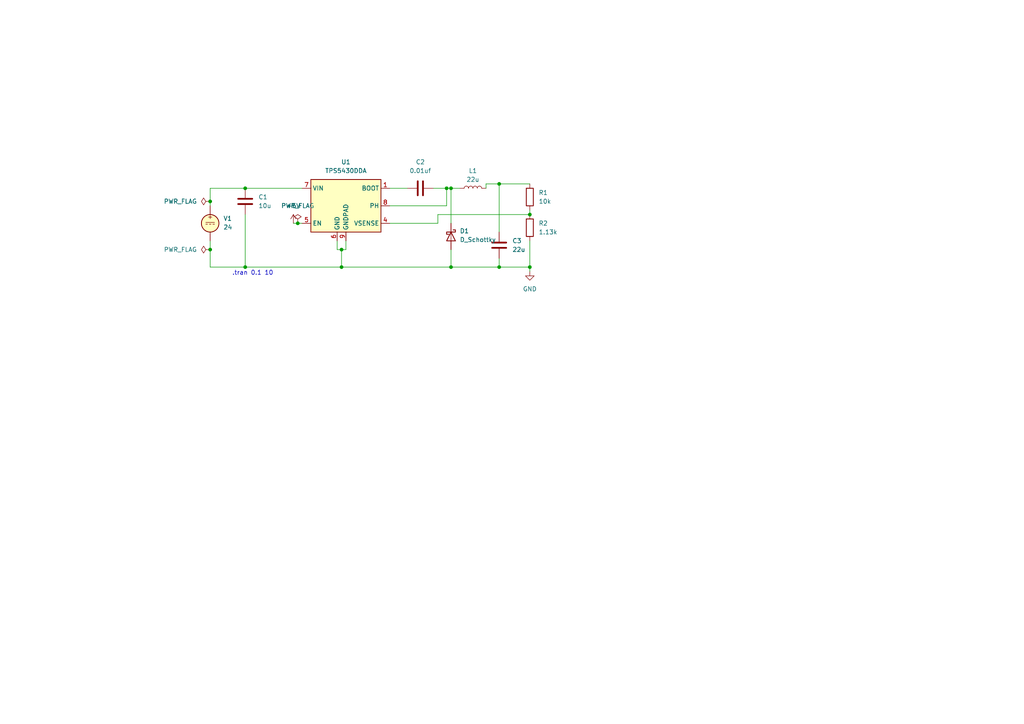
<source format=kicad_sch>
(kicad_sch (version 20230121) (generator eeschema)

  (uuid 914c983d-825d-45d6-bde1-615925f981db)

  (paper "A4")

  (lib_symbols
    (symbol "Device:C" (pin_numbers hide) (pin_names (offset 0.254)) (in_bom yes) (on_board yes)
      (property "Reference" "C" (at 0.635 2.54 0)
        (effects (font (size 1.27 1.27)) (justify left))
      )
      (property "Value" "C" (at 0.635 -2.54 0)
        (effects (font (size 1.27 1.27)) (justify left))
      )
      (property "Footprint" "" (at 0.9652 -3.81 0)
        (effects (font (size 1.27 1.27)) hide)
      )
      (property "Datasheet" "~" (at 0 0 0)
        (effects (font (size 1.27 1.27)) hide)
      )
      (property "ki_keywords" "cap capacitor" (at 0 0 0)
        (effects (font (size 1.27 1.27)) hide)
      )
      (property "ki_description" "Unpolarized capacitor" (at 0 0 0)
        (effects (font (size 1.27 1.27)) hide)
      )
      (property "ki_fp_filters" "C_*" (at 0 0 0)
        (effects (font (size 1.27 1.27)) hide)
      )
      (symbol "C_0_1"
        (polyline
          (pts
            (xy -2.032 -0.762)
            (xy 2.032 -0.762)
          )
          (stroke (width 0.508) (type default))
          (fill (type none))
        )
        (polyline
          (pts
            (xy -2.032 0.762)
            (xy 2.032 0.762)
          )
          (stroke (width 0.508) (type default))
          (fill (type none))
        )
      )
      (symbol "C_1_1"
        (pin passive line (at 0 3.81 270) (length 2.794)
          (name "~" (effects (font (size 1.27 1.27))))
          (number "1" (effects (font (size 1.27 1.27))))
        )
        (pin passive line (at 0 -3.81 90) (length 2.794)
          (name "~" (effects (font (size 1.27 1.27))))
          (number "2" (effects (font (size 1.27 1.27))))
        )
      )
    )
    (symbol "Device:D_Schottky" (pin_numbers hide) (pin_names (offset 1.016) hide) (in_bom yes) (on_board yes)
      (property "Reference" "D" (at 0 2.54 0)
        (effects (font (size 1.27 1.27)))
      )
      (property "Value" "D_Schottky" (at 0 -2.54 0)
        (effects (font (size 1.27 1.27)))
      )
      (property "Footprint" "" (at 0 0 0)
        (effects (font (size 1.27 1.27)) hide)
      )
      (property "Datasheet" "~" (at 0 0 0)
        (effects (font (size 1.27 1.27)) hide)
      )
      (property "ki_keywords" "diode Schottky" (at 0 0 0)
        (effects (font (size 1.27 1.27)) hide)
      )
      (property "ki_description" "Schottky diode" (at 0 0 0)
        (effects (font (size 1.27 1.27)) hide)
      )
      (property "ki_fp_filters" "TO-???* *_Diode_* *SingleDiode* D_*" (at 0 0 0)
        (effects (font (size 1.27 1.27)) hide)
      )
      (symbol "D_Schottky_0_1"
        (polyline
          (pts
            (xy 1.27 0)
            (xy -1.27 0)
          )
          (stroke (width 0) (type default))
          (fill (type none))
        )
        (polyline
          (pts
            (xy 1.27 1.27)
            (xy 1.27 -1.27)
            (xy -1.27 0)
            (xy 1.27 1.27)
          )
          (stroke (width 0.254) (type default))
          (fill (type none))
        )
        (polyline
          (pts
            (xy -1.905 0.635)
            (xy -1.905 1.27)
            (xy -1.27 1.27)
            (xy -1.27 -1.27)
            (xy -0.635 -1.27)
            (xy -0.635 -0.635)
          )
          (stroke (width 0.254) (type default))
          (fill (type none))
        )
      )
      (symbol "D_Schottky_1_1"
        (pin passive line (at -3.81 0 0) (length 2.54)
          (name "K" (effects (font (size 1.27 1.27))))
          (number "1" (effects (font (size 1.27 1.27))))
        )
        (pin passive line (at 3.81 0 180) (length 2.54)
          (name "A" (effects (font (size 1.27 1.27))))
          (number "2" (effects (font (size 1.27 1.27))))
        )
      )
    )
    (symbol "Device:L" (pin_numbers hide) (pin_names (offset 1.016) hide) (in_bom yes) (on_board yes)
      (property "Reference" "L" (at -1.27 0 90)
        (effects (font (size 1.27 1.27)))
      )
      (property "Value" "L" (at 1.905 0 90)
        (effects (font (size 1.27 1.27)))
      )
      (property "Footprint" "" (at 0 0 0)
        (effects (font (size 1.27 1.27)) hide)
      )
      (property "Datasheet" "~" (at 0 0 0)
        (effects (font (size 1.27 1.27)) hide)
      )
      (property "ki_keywords" "inductor choke coil reactor magnetic" (at 0 0 0)
        (effects (font (size 1.27 1.27)) hide)
      )
      (property "ki_description" "Inductor" (at 0 0 0)
        (effects (font (size 1.27 1.27)) hide)
      )
      (property "ki_fp_filters" "Choke_* *Coil* Inductor_* L_*" (at 0 0 0)
        (effects (font (size 1.27 1.27)) hide)
      )
      (symbol "L_0_1"
        (arc (start 0 -2.54) (mid 0.6323 -1.905) (end 0 -1.27)
          (stroke (width 0) (type default))
          (fill (type none))
        )
        (arc (start 0 -1.27) (mid 0.6323 -0.635) (end 0 0)
          (stroke (width 0) (type default))
          (fill (type none))
        )
        (arc (start 0 0) (mid 0.6323 0.635) (end 0 1.27)
          (stroke (width 0) (type default))
          (fill (type none))
        )
        (arc (start 0 1.27) (mid 0.6323 1.905) (end 0 2.54)
          (stroke (width 0) (type default))
          (fill (type none))
        )
      )
      (symbol "L_1_1"
        (pin passive line (at 0 3.81 270) (length 1.27)
          (name "1" (effects (font (size 1.27 1.27))))
          (number "1" (effects (font (size 1.27 1.27))))
        )
        (pin passive line (at 0 -3.81 90) (length 1.27)
          (name "2" (effects (font (size 1.27 1.27))))
          (number "2" (effects (font (size 1.27 1.27))))
        )
      )
    )
    (symbol "Device:R" (pin_numbers hide) (pin_names (offset 0)) (in_bom yes) (on_board yes)
      (property "Reference" "R" (at 2.032 0 90)
        (effects (font (size 1.27 1.27)))
      )
      (property "Value" "R" (at 0 0 90)
        (effects (font (size 1.27 1.27)))
      )
      (property "Footprint" "" (at -1.778 0 90)
        (effects (font (size 1.27 1.27)) hide)
      )
      (property "Datasheet" "~" (at 0 0 0)
        (effects (font (size 1.27 1.27)) hide)
      )
      (property "ki_keywords" "R res resistor" (at 0 0 0)
        (effects (font (size 1.27 1.27)) hide)
      )
      (property "ki_description" "Resistor" (at 0 0 0)
        (effects (font (size 1.27 1.27)) hide)
      )
      (property "ki_fp_filters" "R_*" (at 0 0 0)
        (effects (font (size 1.27 1.27)) hide)
      )
      (symbol "R_0_1"
        (rectangle (start -1.016 -2.54) (end 1.016 2.54)
          (stroke (width 0.254) (type default))
          (fill (type none))
        )
      )
      (symbol "R_1_1"
        (pin passive line (at 0 3.81 270) (length 1.27)
          (name "~" (effects (font (size 1.27 1.27))))
          (number "1" (effects (font (size 1.27 1.27))))
        )
        (pin passive line (at 0 -3.81 90) (length 1.27)
          (name "~" (effects (font (size 1.27 1.27))))
          (number "2" (effects (font (size 1.27 1.27))))
        )
      )
    )
    (symbol "Regulator_Switching:TPS5430DDA" (in_bom yes) (on_board yes)
      (property "Reference" "U" (at -10.16 8.89 0)
        (effects (font (size 1.27 1.27)) (justify left))
      )
      (property "Value" "TPS5430DDA" (at -1.27 8.89 0)
        (effects (font (size 1.27 1.27)) (justify left))
      )
      (property "Footprint" "Package_SO:TI_SO-PowerPAD-8_ThermalVias" (at 1.27 -8.89 0)
        (effects (font (size 1.27 1.27) italic) (justify left) hide)
      )
      (property "Datasheet" "http://www.ti.com/lit/ds/symlink/tps5430.pdf" (at 0 0 0)
        (effects (font (size 1.27 1.27)) hide)
      )
      (property "ki_keywords" "Step-Down DC-DC Switching Regulator" (at 0 0 0)
        (effects (font (size 1.27 1.27)) hide)
      )
      (property "ki_description" "3A, Step Down Swift Converter, Adjustable Output Voltage, 5.5-36V Input Voltage, PowerSO-8" (at 0 0 0)
        (effects (font (size 1.27 1.27)) hide)
      )
      (property "ki_fp_filters" "TI*SO*PowerPAD*ThermalVias*" (at 0 0 0)
        (effects (font (size 1.27 1.27)) hide)
      )
      (symbol "TPS5430DDA_0_1"
        (rectangle (start -10.16 7.62) (end 10.16 -7.62)
          (stroke (width 0.254) (type default))
          (fill (type background))
        )
      )
      (symbol "TPS5430DDA_1_1"
        (pin input line (at 12.7 5.08 180) (length 2.54)
          (name "BOOT" (effects (font (size 1.27 1.27))))
          (number "1" (effects (font (size 1.27 1.27))))
        )
        (pin no_connect line (at -10.16 2.54 0) (length 2.54) hide
          (name "NC" (effects (font (size 1.27 1.27))))
          (number "2" (effects (font (size 1.27 1.27))))
        )
        (pin no_connect line (at -10.16 -2.54 0) (length 2.54) hide
          (name "NC" (effects (font (size 1.27 1.27))))
          (number "3" (effects (font (size 1.27 1.27))))
        )
        (pin input line (at 12.7 -5.08 180) (length 2.54)
          (name "VSENSE" (effects (font (size 1.27 1.27))))
          (number "4" (effects (font (size 1.27 1.27))))
        )
        (pin input line (at -12.7 -5.08 0) (length 2.54)
          (name "EN" (effects (font (size 1.27 1.27))))
          (number "5" (effects (font (size 1.27 1.27))))
        )
        (pin power_in line (at -2.54 -10.16 90) (length 2.54)
          (name "GND" (effects (font (size 1.27 1.27))))
          (number "6" (effects (font (size 1.27 1.27))))
        )
        (pin power_in line (at -12.7 5.08 0) (length 2.54)
          (name "VIN" (effects (font (size 1.27 1.27))))
          (number "7" (effects (font (size 1.27 1.27))))
        )
        (pin output line (at 12.7 0 180) (length 2.54)
          (name "PH" (effects (font (size 1.27 1.27))))
          (number "8" (effects (font (size 1.27 1.27))))
        )
        (pin power_in line (at 0 -10.16 90) (length 2.54)
          (name "GNDPAD" (effects (font (size 1.27 1.27))))
          (number "9" (effects (font (size 1.27 1.27))))
        )
      )
    )
    (symbol "Simulation_SPICE:VDC" (pin_numbers hide) (pin_names (offset 0.0254)) (in_bom yes) (on_board yes)
      (property "Reference" "V" (at 2.54 2.54 0)
        (effects (font (size 1.27 1.27)) (justify left))
      )
      (property "Value" "1" (at 2.54 0 0)
        (effects (font (size 1.27 1.27)) (justify left))
      )
      (property "Footprint" "" (at 0 0 0)
        (effects (font (size 1.27 1.27)) hide)
      )
      (property "Datasheet" "~" (at 0 0 0)
        (effects (font (size 1.27 1.27)) hide)
      )
      (property "Sim.Pins" "1=+ 2=-" (at 0 0 0)
        (effects (font (size 1.27 1.27)) hide)
      )
      (property "Sim.Type" "DC" (at 0 0 0)
        (effects (font (size 1.27 1.27)) hide)
      )
      (property "Sim.Device" "V" (at 0 0 0)
        (effects (font (size 1.27 1.27)) (justify left) hide)
      )
      (property "ki_keywords" "simulation" (at 0 0 0)
        (effects (font (size 1.27 1.27)) hide)
      )
      (property "ki_description" "Voltage source, DC" (at 0 0 0)
        (effects (font (size 1.27 1.27)) hide)
      )
      (symbol "VDC_0_0"
        (polyline
          (pts
            (xy -1.27 0.254)
            (xy 1.27 0.254)
          )
          (stroke (width 0) (type default))
          (fill (type none))
        )
        (polyline
          (pts
            (xy -0.762 -0.254)
            (xy -1.27 -0.254)
          )
          (stroke (width 0) (type default))
          (fill (type none))
        )
        (polyline
          (pts
            (xy 0.254 -0.254)
            (xy -0.254 -0.254)
          )
          (stroke (width 0) (type default))
          (fill (type none))
        )
        (polyline
          (pts
            (xy 1.27 -0.254)
            (xy 0.762 -0.254)
          )
          (stroke (width 0) (type default))
          (fill (type none))
        )
        (text "+" (at 0 1.905 0)
          (effects (font (size 1.27 1.27)))
        )
      )
      (symbol "VDC_0_1"
        (circle (center 0 0) (radius 2.54)
          (stroke (width 0.254) (type default))
          (fill (type background))
        )
      )
      (symbol "VDC_1_1"
        (pin passive line (at 0 5.08 270) (length 2.54)
          (name "~" (effects (font (size 1.27 1.27))))
          (number "1" (effects (font (size 1.27 1.27))))
        )
        (pin passive line (at 0 -5.08 90) (length 2.54)
          (name "~" (effects (font (size 1.27 1.27))))
          (number "2" (effects (font (size 1.27 1.27))))
        )
      )
    )
    (symbol "power:+5V" (power) (pin_names (offset 0)) (in_bom yes) (on_board yes)
      (property "Reference" "#PWR" (at 0 -3.81 0)
        (effects (font (size 1.27 1.27)) hide)
      )
      (property "Value" "+5V" (at 0 3.556 0)
        (effects (font (size 1.27 1.27)))
      )
      (property "Footprint" "" (at 0 0 0)
        (effects (font (size 1.27 1.27)) hide)
      )
      (property "Datasheet" "" (at 0 0 0)
        (effects (font (size 1.27 1.27)) hide)
      )
      (property "ki_keywords" "global power" (at 0 0 0)
        (effects (font (size 1.27 1.27)) hide)
      )
      (property "ki_description" "Power symbol creates a global label with name \"+5V\"" (at 0 0 0)
        (effects (font (size 1.27 1.27)) hide)
      )
      (symbol "+5V_0_1"
        (polyline
          (pts
            (xy -0.762 1.27)
            (xy 0 2.54)
          )
          (stroke (width 0) (type default))
          (fill (type none))
        )
        (polyline
          (pts
            (xy 0 0)
            (xy 0 2.54)
          )
          (stroke (width 0) (type default))
          (fill (type none))
        )
        (polyline
          (pts
            (xy 0 2.54)
            (xy 0.762 1.27)
          )
          (stroke (width 0) (type default))
          (fill (type none))
        )
      )
      (symbol "+5V_1_1"
        (pin power_in line (at 0 0 90) (length 0) hide
          (name "+5V" (effects (font (size 1.27 1.27))))
          (number "1" (effects (font (size 1.27 1.27))))
        )
      )
    )
    (symbol "power:GND" (power) (pin_names (offset 0)) (in_bom yes) (on_board yes)
      (property "Reference" "#PWR" (at 0 -6.35 0)
        (effects (font (size 1.27 1.27)) hide)
      )
      (property "Value" "GND" (at 0 -3.81 0)
        (effects (font (size 1.27 1.27)))
      )
      (property "Footprint" "" (at 0 0 0)
        (effects (font (size 1.27 1.27)) hide)
      )
      (property "Datasheet" "" (at 0 0 0)
        (effects (font (size 1.27 1.27)) hide)
      )
      (property "ki_keywords" "global power" (at 0 0 0)
        (effects (font (size 1.27 1.27)) hide)
      )
      (property "ki_description" "Power symbol creates a global label with name \"GND\" , ground" (at 0 0 0)
        (effects (font (size 1.27 1.27)) hide)
      )
      (symbol "GND_0_1"
        (polyline
          (pts
            (xy 0 0)
            (xy 0 -1.27)
            (xy 1.27 -1.27)
            (xy 0 -2.54)
            (xy -1.27 -1.27)
            (xy 0 -1.27)
          )
          (stroke (width 0) (type default))
          (fill (type none))
        )
      )
      (symbol "GND_1_1"
        (pin power_in line (at 0 0 270) (length 0) hide
          (name "GND" (effects (font (size 1.27 1.27))))
          (number "1" (effects (font (size 1.27 1.27))))
        )
      )
    )
    (symbol "power:PWR_FLAG" (power) (pin_numbers hide) (pin_names (offset 0) hide) (in_bom yes) (on_board yes)
      (property "Reference" "#FLG" (at 0 1.905 0)
        (effects (font (size 1.27 1.27)) hide)
      )
      (property "Value" "PWR_FLAG" (at 0 3.81 0)
        (effects (font (size 1.27 1.27)))
      )
      (property "Footprint" "" (at 0 0 0)
        (effects (font (size 1.27 1.27)) hide)
      )
      (property "Datasheet" "~" (at 0 0 0)
        (effects (font (size 1.27 1.27)) hide)
      )
      (property "ki_keywords" "flag power" (at 0 0 0)
        (effects (font (size 1.27 1.27)) hide)
      )
      (property "ki_description" "Special symbol for telling ERC where power comes from" (at 0 0 0)
        (effects (font (size 1.27 1.27)) hide)
      )
      (symbol "PWR_FLAG_0_0"
        (pin power_out line (at 0 0 90) (length 0)
          (name "pwr" (effects (font (size 1.27 1.27))))
          (number "1" (effects (font (size 1.27 1.27))))
        )
      )
      (symbol "PWR_FLAG_0_1"
        (polyline
          (pts
            (xy 0 0)
            (xy 0 1.27)
            (xy -1.016 1.905)
            (xy 0 2.54)
            (xy 1.016 1.905)
            (xy 0 1.27)
          )
          (stroke (width 0) (type default))
          (fill (type none))
        )
      )
    )
  )

  (junction (at 71.12 54.61) (diameter 0) (color 0 0 0 0)
    (uuid 23706a5d-cba0-42a2-bb79-0f5b71006dcb)
  )
  (junction (at 71.12 77.47) (diameter 0) (color 0 0 0 0)
    (uuid 453ecad4-f7d2-4459-a485-027363ae202c)
  )
  (junction (at 60.96 72.39) (diameter 0) (color 0 0 0 0)
    (uuid 45bfbc6a-dc48-44ec-b340-bc0f11f74acc)
  )
  (junction (at 99.06 72.39) (diameter 0) (color 0 0 0 0)
    (uuid 51646446-3f03-4495-83b6-2fd48b15c18b)
  )
  (junction (at 86.36 64.77) (diameter 0) (color 0 0 0 0)
    (uuid 695c0cae-fed9-4f6f-9faa-e4b1fd42005f)
  )
  (junction (at 144.78 53.34) (diameter 0) (color 0 0 0 0)
    (uuid 6acece40-6df8-48f9-91d0-5fbe9acd5d64)
  )
  (junction (at 129.54 54.61) (diameter 0) (color 0 0 0 0)
    (uuid 741dc872-f20e-4c8a-b2e0-92d43140db08)
  )
  (junction (at 130.81 77.47) (diameter 0) (color 0 0 0 0)
    (uuid 7db4897c-6db0-4690-b587-6d5070d9194b)
  )
  (junction (at 99.06 77.47) (diameter 0) (color 0 0 0 0)
    (uuid 9cc3ce87-287b-4f62-b304-bafc9fda5c96)
  )
  (junction (at 153.67 77.47) (diameter 0) (color 0 0 0 0)
    (uuid 9e90f7b7-260c-48f1-af4a-f706c63c1b13)
  )
  (junction (at 60.96 58.42) (diameter 0) (color 0 0 0 0)
    (uuid d2a11a69-a962-415f-ae37-392af5f0cd55)
  )
  (junction (at 144.78 77.47) (diameter 0) (color 0 0 0 0)
    (uuid da027f84-2849-4c7b-8e7e-0e32d2e6c92c)
  )
  (junction (at 130.81 54.61) (diameter 0) (color 0 0 0 0)
    (uuid ee662ba5-f5a6-4f52-8ff7-0a8595cbbc3b)
  )
  (junction (at 153.67 62.23) (diameter 0) (color 0 0 0 0)
    (uuid f9d3ba3f-e6c6-4768-a52b-a98d6b1ad610)
  )

  (wire (pts (xy 129.54 59.69) (xy 129.54 54.61))
    (stroke (width 0) (type default))
    (uuid 00152cac-957e-4b42-b4ac-9e8ed1d02a28)
  )
  (wire (pts (xy 71.12 62.23) (xy 71.12 77.47))
    (stroke (width 0) (type default))
    (uuid 04a8ee70-6b64-4c02-82c5-3db4f02a6dd9)
  )
  (wire (pts (xy 129.54 54.61) (xy 130.81 54.61))
    (stroke (width 0) (type default))
    (uuid 0b52883e-c36e-44c1-ace5-d3912a235b4c)
  )
  (wire (pts (xy 127 64.77) (xy 127 62.23))
    (stroke (width 0) (type default))
    (uuid 0ba00d5c-e814-4727-8e13-9ccd172dc519)
  )
  (wire (pts (xy 60.96 77.47) (xy 71.12 77.47))
    (stroke (width 0) (type default))
    (uuid 0c79d0f8-dfe1-4089-9df3-99782841cac2)
  )
  (wire (pts (xy 60.96 54.61) (xy 60.96 58.42))
    (stroke (width 0) (type default))
    (uuid 1339f2eb-ef05-43df-bdcc-3e60b8b28920)
  )
  (wire (pts (xy 60.96 72.39) (xy 60.96 77.47))
    (stroke (width 0) (type default))
    (uuid 14d87242-b486-4acf-b662-e4de16cbbdd9)
  )
  (wire (pts (xy 60.96 58.42) (xy 60.96 59.69))
    (stroke (width 0) (type default))
    (uuid 24f9d543-4e46-4046-a4fe-727bd369e849)
  )
  (wire (pts (xy 130.81 54.61) (xy 130.81 64.77))
    (stroke (width 0) (type default))
    (uuid 2869de09-2665-4f9e-bb2e-ed5e44983a59)
  )
  (wire (pts (xy 153.67 77.47) (xy 153.67 78.74))
    (stroke (width 0) (type default))
    (uuid 39fa2870-af73-4193-814e-dc77c0f78c98)
  )
  (wire (pts (xy 153.67 69.85) (xy 153.67 77.47))
    (stroke (width 0) (type default))
    (uuid 3a6f55ba-49fe-4d13-9561-d4b50291b81b)
  )
  (wire (pts (xy 97.79 72.39) (xy 99.06 72.39))
    (stroke (width 0) (type default))
    (uuid 422a9f61-047d-4f63-bf7c-150024d66d3d)
  )
  (wire (pts (xy 99.06 72.39) (xy 99.06 77.47))
    (stroke (width 0) (type default))
    (uuid 42cb7d97-933a-4fcf-be7d-024ebc352e2d)
  )
  (wire (pts (xy 99.06 72.39) (xy 100.33 72.39))
    (stroke (width 0) (type default))
    (uuid 521a23ea-4625-4e21-9787-3141805280a9)
  )
  (wire (pts (xy 113.03 59.69) (xy 129.54 59.69))
    (stroke (width 0) (type default))
    (uuid 5930dcd0-5eca-4655-a966-5f942ad915a0)
  )
  (wire (pts (xy 125.73 54.61) (xy 129.54 54.61))
    (stroke (width 0) (type default))
    (uuid 5ee3a77c-2c64-4ae4-b3d7-5322dfe8edb7)
  )
  (wire (pts (xy 144.78 53.34) (xy 140.97 53.34))
    (stroke (width 0) (type default))
    (uuid 6106ff96-7328-4e0c-8cbf-cd9663cafe70)
  )
  (wire (pts (xy 71.12 77.47) (xy 99.06 77.47))
    (stroke (width 0) (type default))
    (uuid 6a0a4369-97c0-4e02-9f72-872bab889c5d)
  )
  (wire (pts (xy 144.78 53.34) (xy 144.78 67.31))
    (stroke (width 0) (type default))
    (uuid 6cfe482e-1b9a-408f-ab10-a48d020e2944)
  )
  (wire (pts (xy 71.12 54.61) (xy 87.63 54.61))
    (stroke (width 0) (type default))
    (uuid 71f377ce-eed0-4713-ac27-24880352827a)
  )
  (wire (pts (xy 153.67 60.96) (xy 153.67 62.23))
    (stroke (width 0) (type default))
    (uuid 72f6332d-ab07-45a9-8f53-bb45793f352e)
  )
  (wire (pts (xy 144.78 74.93) (xy 144.78 77.47))
    (stroke (width 0) (type default))
    (uuid 73e6fad0-c78f-4e33-b876-73f9a14c8932)
  )
  (wire (pts (xy 60.96 69.85) (xy 60.96 72.39))
    (stroke (width 0) (type default))
    (uuid 798afa20-123f-41b0-abeb-e0f258ab2d5f)
  )
  (wire (pts (xy 144.78 77.47) (xy 153.67 77.47))
    (stroke (width 0) (type default))
    (uuid 922373fd-9c78-42fc-95a9-8b13583388e2)
  )
  (wire (pts (xy 130.81 54.61) (xy 133.35 54.61))
    (stroke (width 0) (type default))
    (uuid 958c46de-168d-40fc-96c0-bdaaa7c4f6cd)
  )
  (wire (pts (xy 97.79 69.85) (xy 97.79 72.39))
    (stroke (width 0) (type default))
    (uuid 97066ac8-ecb6-412d-b5dc-9c960cf59ab6)
  )
  (wire (pts (xy 113.03 54.61) (xy 118.11 54.61))
    (stroke (width 0) (type default))
    (uuid 9e29b394-01d1-43d0-b343-b2fb26bbd46d)
  )
  (wire (pts (xy 144.78 53.34) (xy 153.67 53.34))
    (stroke (width 0) (type default))
    (uuid a304fd81-03fe-4856-be06-bfb7c406d203)
  )
  (wire (pts (xy 85.09 64.77) (xy 86.36 64.77))
    (stroke (width 0) (type default))
    (uuid a514a2ef-3874-46a2-88aa-ae8f96c828b1)
  )
  (wire (pts (xy 60.96 54.61) (xy 71.12 54.61))
    (stroke (width 0) (type default))
    (uuid ad69361f-cd37-4239-aa63-b9c5a16c0507)
  )
  (wire (pts (xy 140.97 53.34) (xy 140.97 54.61))
    (stroke (width 0) (type default))
    (uuid bf0b6d05-6f14-474d-b742-f7fc6f830aee)
  )
  (wire (pts (xy 100.33 69.85) (xy 100.33 72.39))
    (stroke (width 0) (type default))
    (uuid c7b8adc3-d830-4065-96a9-f9db0f51a815)
  )
  (wire (pts (xy 86.36 64.77) (xy 87.63 64.77))
    (stroke (width 0) (type default))
    (uuid c82686d5-0b84-4e81-8436-65a337ad79a2)
  )
  (wire (pts (xy 113.03 64.77) (xy 127 64.77))
    (stroke (width 0) (type default))
    (uuid cc331183-75c9-43e7-b6d1-8be1be13f87c)
  )
  (wire (pts (xy 130.81 77.47) (xy 144.78 77.47))
    (stroke (width 0) (type default))
    (uuid e30c853e-d733-4764-b7a9-a5024496ca01)
  )
  (wire (pts (xy 127 62.23) (xy 153.67 62.23))
    (stroke (width 0) (type default))
    (uuid e7c57172-3111-4525-923a-27b71aa54097)
  )
  (wire (pts (xy 130.81 72.39) (xy 130.81 77.47))
    (stroke (width 0) (type default))
    (uuid e9aedda7-e008-4949-a08a-3099ab8222ca)
  )
  (wire (pts (xy 99.06 77.47) (xy 130.81 77.47))
    (stroke (width 0) (type default))
    (uuid f15ccd39-743e-42a6-820a-6a805850a1fe)
  )

  (text ".tran 0.1 10" (at 67.31 80.01 0)
    (effects (font (size 1.27 1.27)) (justify left bottom))
    (uuid c84e7f68-d310-496e-be23-3b7ec5fac105)
  )

  (symbol (lib_id "power:+5V") (at 85.09 64.77 0) (unit 1)
    (in_bom yes) (on_board yes) (dnp no) (fields_autoplaced)
    (uuid 1f89b910-ecca-4675-8d2f-bf5c09147607)
    (property "Reference" "#PWR01" (at 85.09 68.58 0)
      (effects (font (size 1.27 1.27)) hide)
    )
    (property "Value" "+5V" (at 85.09 59.69 0)
      (effects (font (size 1.27 1.27)))
    )
    (property "Footprint" "" (at 85.09 64.77 0)
      (effects (font (size 1.27 1.27)) hide)
    )
    (property "Datasheet" "" (at 85.09 64.77 0)
      (effects (font (size 1.27 1.27)) hide)
    )
    (pin "1" (uuid 24e62989-242f-46fd-9a72-cf4b57ab66dd))
    (instances
      (project "l"
        (path "/914c983d-825d-45d6-bde1-615925f981db"
          (reference "#PWR01") (unit 1)
        )
      )
    )
  )

  (symbol (lib_id "power:GND") (at 153.67 78.74 0) (unit 1)
    (in_bom yes) (on_board yes) (dnp no) (fields_autoplaced)
    (uuid 2313ca89-f05c-4ec4-8818-f432b7b5b87b)
    (property "Reference" "#PWR04" (at 153.67 85.09 0)
      (effects (font (size 1.27 1.27)) hide)
    )
    (property "Value" "GND" (at 153.67 83.82 0)
      (effects (font (size 1.27 1.27)))
    )
    (property "Footprint" "" (at 153.67 78.74 0)
      (effects (font (size 1.27 1.27)) hide)
    )
    (property "Datasheet" "" (at 153.67 78.74 0)
      (effects (font (size 1.27 1.27)) hide)
    )
    (pin "1" (uuid f4438814-ee95-4525-8acf-3f2a39e0a173))
    (instances
      (project "l"
        (path "/914c983d-825d-45d6-bde1-615925f981db"
          (reference "#PWR04") (unit 1)
        )
      )
    )
  )

  (symbol (lib_id "power:PWR_FLAG") (at 60.96 58.42 90) (unit 1)
    (in_bom yes) (on_board yes) (dnp no) (fields_autoplaced)
    (uuid 6bf7ea71-bbc5-45e0-a2a8-109340e2c8a8)
    (property "Reference" "#FLG01" (at 59.055 58.42 0)
      (effects (font (size 1.27 1.27)) hide)
    )
    (property "Value" "PWR_FLAG" (at 57.15 58.42 90)
      (effects (font (size 1.27 1.27)) (justify left))
    )
    (property "Footprint" "" (at 60.96 58.42 0)
      (effects (font (size 1.27 1.27)) hide)
    )
    (property "Datasheet" "~" (at 60.96 58.42 0)
      (effects (font (size 1.27 1.27)) hide)
    )
    (pin "1" (uuid 600b94f1-ae8e-45d7-b1ba-c287a1996adf))
    (instances
      (project "l"
        (path "/914c983d-825d-45d6-bde1-615925f981db"
          (reference "#FLG01") (unit 1)
        )
      )
    )
  )

  (symbol (lib_id "Device:C") (at 144.78 71.12 180) (unit 1)
    (in_bom yes) (on_board yes) (dnp no) (fields_autoplaced)
    (uuid 7e4c6bb3-d0d1-40a9-a60c-101249cf59a8)
    (property "Reference" "C3" (at 148.59 69.85 0)
      (effects (font (size 1.27 1.27)) (justify right))
    )
    (property "Value" "22u" (at 148.59 72.39 0)
      (effects (font (size 1.27 1.27)) (justify right))
    )
    (property "Footprint" "" (at 143.8148 67.31 0)
      (effects (font (size 1.27 1.27)) hide)
    )
    (property "Datasheet" "~" (at 144.78 71.12 0)
      (effects (font (size 1.27 1.27)) hide)
    )
    (pin "1" (uuid 7d5242e9-5eda-477c-b1d6-b78118236e86))
    (pin "2" (uuid 137a90e2-1c90-4460-b3d1-3a81234ebe91))
    (instances
      (project "l"
        (path "/914c983d-825d-45d6-bde1-615925f981db"
          (reference "C3") (unit 1)
        )
      )
    )
  )

  (symbol (lib_id "Device:R") (at 153.67 66.04 0) (unit 1)
    (in_bom yes) (on_board yes) (dnp no) (fields_autoplaced)
    (uuid 80ff1f3a-e941-4381-9f48-e20928eee5e2)
    (property "Reference" "R2" (at 156.21 64.77 0)
      (effects (font (size 1.27 1.27)) (justify left))
    )
    (property "Value" "1.13k" (at 156.21 67.31 0)
      (effects (font (size 1.27 1.27)) (justify left))
    )
    (property "Footprint" "" (at 151.892 66.04 90)
      (effects (font (size 1.27 1.27)) hide)
    )
    (property "Datasheet" "~" (at 153.67 66.04 0)
      (effects (font (size 1.27 1.27)) hide)
    )
    (pin "1" (uuid 8b03c66e-ec73-48f9-ac6b-f2b2436c3a4d))
    (pin "2" (uuid 2fad5f1f-ce05-4944-87e9-6e48e2a0b65b))
    (instances
      (project "l"
        (path "/914c983d-825d-45d6-bde1-615925f981db"
          (reference "R2") (unit 1)
        )
      )
    )
  )

  (symbol (lib_id "Regulator_Switching:TPS5430DDA") (at 100.33 59.69 0) (unit 1)
    (in_bom yes) (on_board yes) (dnp no) (fields_autoplaced)
    (uuid 81340500-1181-43f7-b9cd-fe7cd5f264d5)
    (property "Reference" "U1" (at 100.33 46.99 0)
      (effects (font (size 1.27 1.27)))
    )
    (property "Value" "TPS5430DDA" (at 100.33 49.53 0)
      (effects (font (size 1.27 1.27)))
    )
    (property "Footprint" "Package_SO:TI_SO-PowerPAD-8_ThermalVias" (at 101.6 68.58 0)
      (effects (font (size 1.27 1.27) italic) (justify left) hide)
    )
    (property "Datasheet" "http://www.ti.com/lit/ds/symlink/tps5430.pdf" (at 100.33 59.69 0)
      (effects (font (size 1.27 1.27)) hide)
    )
    (pin "1" (uuid 9c42f636-dcec-43f5-922d-883cc2a4ffae))
    (pin "2" (uuid b823b3a2-46e5-462f-854c-a291fb1ed46e))
    (pin "3" (uuid 29722f00-6899-4f34-92d8-34c2713906b3))
    (pin "4" (uuid 51708092-ca46-4488-84c3-006dd02d639b))
    (pin "5" (uuid 467f1a73-2ed1-4a96-9f6d-5728c5a7e48b))
    (pin "6" (uuid 7691f26a-5d4c-484e-b583-87155aa81655))
    (pin "7" (uuid 1dd8954a-f170-4cd3-af46-59205ef685e4))
    (pin "8" (uuid 9e08d6cb-b8b1-4240-9987-e1386f5c04a0))
    (pin "9" (uuid 014e0a42-4feb-4d85-815a-ae6c845293f6))
    (instances
      (project "l"
        (path "/914c983d-825d-45d6-bde1-615925f981db"
          (reference "U1") (unit 1)
        )
      )
    )
  )

  (symbol (lib_id "Device:R") (at 153.67 57.15 0) (unit 1)
    (in_bom yes) (on_board yes) (dnp no) (fields_autoplaced)
    (uuid 871dee89-d8b8-4cab-8f1b-e1cbaf6cc796)
    (property "Reference" "R1" (at 156.21 55.88 0)
      (effects (font (size 1.27 1.27)) (justify left))
    )
    (property "Value" "10k" (at 156.21 58.42 0)
      (effects (font (size 1.27 1.27)) (justify left))
    )
    (property "Footprint" "" (at 151.892 57.15 90)
      (effects (font (size 1.27 1.27)) hide)
    )
    (property "Datasheet" "~" (at 153.67 57.15 0)
      (effects (font (size 1.27 1.27)) hide)
    )
    (pin "1" (uuid ed45cfd3-9562-4a87-a00e-29ec26cb9ad4))
    (pin "2" (uuid 08a9c833-8e27-4596-9422-0a80ca21dd3f))
    (instances
      (project "l"
        (path "/914c983d-825d-45d6-bde1-615925f981db"
          (reference "R1") (unit 1)
        )
      )
    )
  )

  (symbol (lib_id "Device:L") (at 137.16 54.61 90) (unit 1)
    (in_bom yes) (on_board yes) (dnp no) (fields_autoplaced)
    (uuid 88e726be-c253-4a6c-ad90-c59ef643d415)
    (property "Reference" "L1" (at 137.16 49.53 90)
      (effects (font (size 1.27 1.27)))
    )
    (property "Value" "22u" (at 137.16 52.07 90)
      (effects (font (size 1.27 1.27)))
    )
    (property "Footprint" "" (at 137.16 54.61 0)
      (effects (font (size 1.27 1.27)) hide)
    )
    (property "Datasheet" "~" (at 137.16 54.61 0)
      (effects (font (size 1.27 1.27)) hide)
    )
    (pin "1" (uuid 6339d801-4045-413c-bb26-f5f650fcfd2a))
    (pin "2" (uuid db1d99dc-b840-46eb-8e5c-9303d2ec7245))
    (instances
      (project "l"
        (path "/914c983d-825d-45d6-bde1-615925f981db"
          (reference "L1") (unit 1)
        )
      )
    )
  )

  (symbol (lib_id "Simulation_SPICE:VDC") (at 60.96 64.77 0) (unit 1)
    (in_bom yes) (on_board yes) (dnp no) (fields_autoplaced)
    (uuid ca6618cf-e818-4056-b1b4-fc7f74c2cec1)
    (property "Reference" "V1" (at 64.77 63.3702 0)
      (effects (font (size 1.27 1.27)) (justify left))
    )
    (property "Value" "24" (at 64.77 65.9102 0)
      (effects (font (size 1.27 1.27)) (justify left))
    )
    (property "Footprint" "" (at 60.96 64.77 0)
      (effects (font (size 1.27 1.27)) hide)
    )
    (property "Datasheet" "~" (at 60.96 64.77 0)
      (effects (font (size 1.27 1.27)) hide)
    )
    (property "Sim.Pins" "1=+ 2=-" (at 60.96 64.77 0)
      (effects (font (size 1.27 1.27)) hide)
    )
    (property "Sim.Type" "DC" (at 60.96 64.77 0)
      (effects (font (size 1.27 1.27)) hide)
    )
    (property "Sim.Device" "V" (at 60.96 64.77 0)
      (effects (font (size 1.27 1.27)) (justify left) hide)
    )
    (pin "1" (uuid 45615989-c70e-4e51-be8b-636ad3f2ed5f))
    (pin "2" (uuid 123ffeff-3a97-43a6-a906-a22ee594d91c))
    (instances
      (project "l"
        (path "/914c983d-825d-45d6-bde1-615925f981db"
          (reference "V1") (unit 1)
        )
      )
    )
  )

  (symbol (lib_id "Device:C") (at 121.92 54.61 90) (unit 1)
    (in_bom yes) (on_board yes) (dnp no) (fields_autoplaced)
    (uuid cd7a5ea7-66f0-468a-92d3-ed16197b7153)
    (property "Reference" "C2" (at 121.92 46.99 90)
      (effects (font (size 1.27 1.27)))
    )
    (property "Value" "0.01uf" (at 121.92 49.53 90)
      (effects (font (size 1.27 1.27)))
    )
    (property "Footprint" "" (at 125.73 53.6448 0)
      (effects (font (size 1.27 1.27)) hide)
    )
    (property "Datasheet" "~" (at 121.92 54.61 0)
      (effects (font (size 1.27 1.27)) hide)
    )
    (pin "1" (uuid f9006443-5c34-4c79-a062-db467e2d8828))
    (pin "2" (uuid 6ed233c0-5d78-4133-9380-fde9313845fa))
    (instances
      (project "l"
        (path "/914c983d-825d-45d6-bde1-615925f981db"
          (reference "C2") (unit 1)
        )
      )
    )
  )

  (symbol (lib_id "power:PWR_FLAG") (at 86.36 64.77 0) (unit 1)
    (in_bom yes) (on_board yes) (dnp no) (fields_autoplaced)
    (uuid df42108c-9db1-43ca-b89e-0c1c62d7a4ef)
    (property "Reference" "#FLG03" (at 86.36 62.865 0)
      (effects (font (size 1.27 1.27)) hide)
    )
    (property "Value" "PWR_FLAG" (at 86.36 59.69 0)
      (effects (font (size 1.27 1.27)))
    )
    (property "Footprint" "" (at 86.36 64.77 0)
      (effects (font (size 1.27 1.27)) hide)
    )
    (property "Datasheet" "~" (at 86.36 64.77 0)
      (effects (font (size 1.27 1.27)) hide)
    )
    (pin "1" (uuid 36716147-0e3a-4abc-bee4-c39221dcc5f4))
    (instances
      (project "l"
        (path "/914c983d-825d-45d6-bde1-615925f981db"
          (reference "#FLG03") (unit 1)
        )
      )
    )
  )

  (symbol (lib_id "Device:D_Schottky") (at 130.81 68.58 270) (unit 1)
    (in_bom yes) (on_board yes) (dnp no) (fields_autoplaced)
    (uuid f5804907-7e24-4e21-a6c4-41b62ac03cfd)
    (property "Reference" "D1" (at 133.35 66.9925 90)
      (effects (font (size 1.27 1.27)) (justify left))
    )
    (property "Value" "D_Schottky" (at 133.35 69.5325 90)
      (effects (font (size 1.27 1.27)) (justify left))
    )
    (property "Footprint" "" (at 130.81 68.58 0)
      (effects (font (size 1.27 1.27)) hide)
    )
    (property "Datasheet" "~" (at 130.81 68.58 0)
      (effects (font (size 1.27 1.27)) hide)
    )
    (pin "1" (uuid 938fa0fb-2c24-414c-93a2-02d36269b152))
    (pin "2" (uuid 876705de-5b4c-4ec8-8b96-eab77babc987))
    (instances
      (project "l"
        (path "/914c983d-825d-45d6-bde1-615925f981db"
          (reference "D1") (unit 1)
        )
      )
    )
  )

  (symbol (lib_id "Device:C") (at 71.12 58.42 0) (unit 1)
    (in_bom yes) (on_board yes) (dnp no) (fields_autoplaced)
    (uuid fbc81315-46e7-4954-bda7-36ed336affd1)
    (property "Reference" "C1" (at 74.93 57.15 0)
      (effects (font (size 1.27 1.27)) (justify left))
    )
    (property "Value" "10u" (at 74.93 59.69 0)
      (effects (font (size 1.27 1.27)) (justify left))
    )
    (property "Footprint" "" (at 72.0852 62.23 0)
      (effects (font (size 1.27 1.27)) hide)
    )
    (property "Datasheet" "~" (at 71.12 58.42 0)
      (effects (font (size 1.27 1.27)) hide)
    )
    (property "Sim.Device" "C" (at 71.12 58.42 0)
      (effects (font (size 1.27 1.27)) hide)
    )
    (property "Sim.Pins" "1=+ 2=-" (at 71.12 58.42 0)
      (effects (font (size 1.27 1.27)) hide)
    )
    (pin "1" (uuid 52ecf3c8-8677-4e86-827f-b84c70c1c5ce))
    (pin "2" (uuid bb3da5df-8db5-40d1-92cb-679f27ced95f))
    (instances
      (project "l"
        (path "/914c983d-825d-45d6-bde1-615925f981db"
          (reference "C1") (unit 1)
        )
      )
    )
  )

  (symbol (lib_id "power:PWR_FLAG") (at 60.96 72.39 90) (unit 1)
    (in_bom yes) (on_board yes) (dnp no) (fields_autoplaced)
    (uuid fbffa0dd-b853-416c-a17c-3a705848d399)
    (property "Reference" "#FLG02" (at 59.055 72.39 0)
      (effects (font (size 1.27 1.27)) hide)
    )
    (property "Value" "PWR_FLAG" (at 57.15 72.39 90)
      (effects (font (size 1.27 1.27)) (justify left))
    )
    (property "Footprint" "" (at 60.96 72.39 0)
      (effects (font (size 1.27 1.27)) hide)
    )
    (property "Datasheet" "~" (at 60.96 72.39 0)
      (effects (font (size 1.27 1.27)) hide)
    )
    (pin "1" (uuid e6389853-5a90-4098-aefa-2fbe5fd159c2))
    (instances
      (project "l"
        (path "/914c983d-825d-45d6-bde1-615925f981db"
          (reference "#FLG02") (unit 1)
        )
      )
    )
  )

  (sheet_instances
    (path "/" (page "1"))
  )
)

</source>
